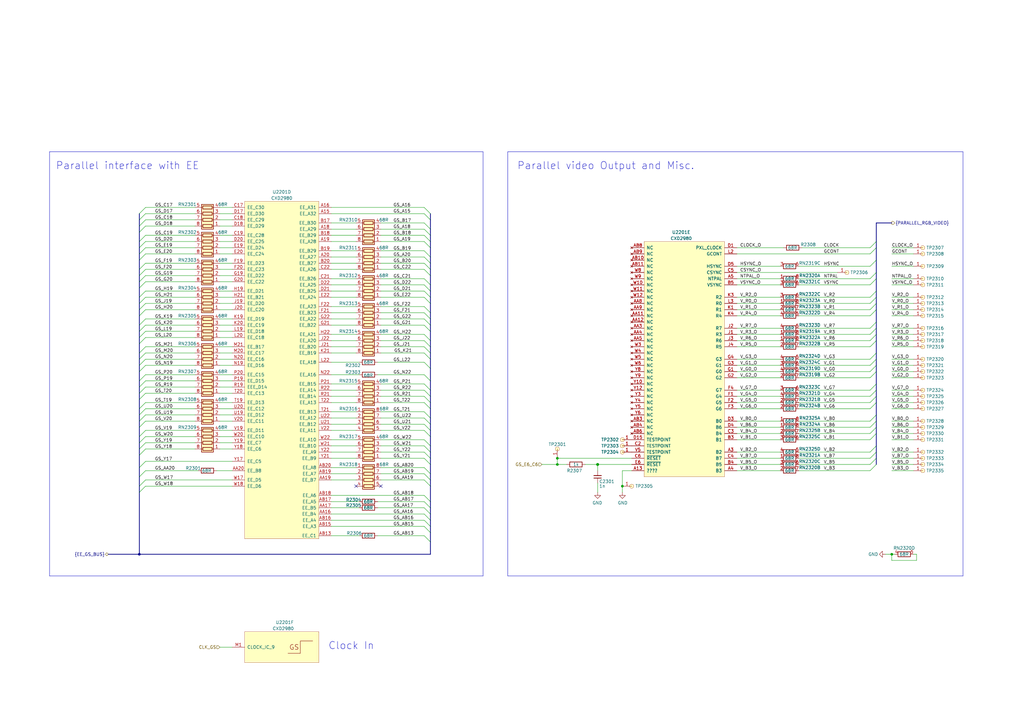
<source format=kicad_sch>
(kicad_sch (version 20230121) (generator eeschema)
  (paper "A3")
  (title_block (title "PS2 Graphics Synthesizer Main") (rev "0.3") (comment 5 "-a project by Tschicki"))
  (bus_alias "PARALLEL_RGB_VIDEO" (members "CLOCK" "GCONT" "CSYNC" "VSYNC" "HSYNC" "NTPAL" "V_R[0..7]" "V_G[0..7]" "V_B[0..7]"))
  (junction (at 228.6 190.5))
  (junction (at 57.15 227.33))
  (junction (at 365.76 227.33))
  (junction (at 255.27 199.39))
  (junction (at 228.6 187.96))
  (junction (at 245.11 190.5) (diameter 1.016))
  (no_connect (at 156.21 199.39))
  (no_connect (at 146.05 199.39))
  (bus_entry (at 176.53 173.99) (size -2.54 -2.54))
  (bus_entry (at 57.15 147.32) (size 2.54 -2.54))
  (bus_entry (at 176.53 93.98) (size -2.54 -2.54))
  (bus_entry (at 57.15 113.03) (size 2.54 -2.54))
  (bus_entry (at 176.53 213.36) (size -2.54 -2.54))
  (bus_entry (at 57.15 106.68) (size 2.54 -2.54))
  (bus_entry (at 176.53 119.38) (size -2.54 -2.54))
  (bus_entry (at 57.15 87.63) (size 2.54 -2.54))
  (bus_entry (at 176.53 90.17) (size -2.54 -2.54))
  (bus_entry (at 57.15 135.89) (size 2.54 -2.54))
  (bus_entry (at 176.53 176.53) (size -2.54 -2.54))
  (bus_entry (at 176.53 171.45) (size -2.54 -2.54))
  (bus_entry (at 176.53 128.27) (size -2.54 -2.54))
  (bus_entry (at 57.15 127) (size 2.54 -2.54))
  (bus_entry (at 176.53 160.02) (size -2.54 -2.54))
  (bus_entry (at 57.15 92.71) (size 2.54 -2.54))
  (bus_entry (at 57.15 186.69) (size 2.54 -2.54))
  (bus_entry (at 57.15 140.97) (size 2.54 -2.54))
  (bus_entry (at 57.15 195.58) (size 2.54 -2.54))
  (bus_entry (at 176.53 205.74) (size -2.54 -2.54))
  (bus_entry (at 176.53 133.35) (size -2.54 -2.54))
  (bus_entry (at 176.53 130.81) (size -2.54 -2.54))
  (bus_entry (at 176.53 187.96) (size -2.54 -2.54))
  (bus_entry (at 57.15 170.18) (size 2.54 -2.54))
  (bus_entry (at 176.53 147.32) (size -2.54 -2.54))
  (bus_entry (at 176.53 185.42) (size -2.54 -2.54))
  (bus_entry (at 176.53 190.5) (size -2.54 -2.54))
  (bus_entry (at 57.15 191.77) (size 2.54 -2.54))
  (bus_entry (at 57.15 161.29) (size 2.54 -2.54))
  (bus_entry (at 57.15 167.64) (size 2.54 -2.54))
  (bus_entry (at 176.53 96.52) (size -2.54 -2.54))
  (bus_entry (at 176.53 110.49) (size -2.54 -2.54))
  (bus_entry (at 176.53 99.06) (size -2.54 -2.54))
  (bus_entry (at 57.15 199.39) (size 2.54 -2.54))
  (bus_entry (at 176.53 135.89) (size -2.54 -2.54))
  (bus_entry (at 176.53 182.88) (size -2.54 -2.54))
  (bus_entry (at 57.15 163.83) (size 2.54 -2.54))
  (bus_entry (at 57.15 144.78) (size 2.54 -2.54))
  (bus_entry (at 176.53 142.24) (size -2.54 -2.54))
  (bus_entry (at 356.87 154.94) (size 2.54 -2.54))
  (bus_entry (at 356.87 152.4) (size 2.54 -2.54))
  (bus_entry (at 356.87 149.86) (size 2.54 -2.54))
  (bus_entry (at 356.87 147.32) (size 2.54 -2.54))
  (bus_entry (at 356.87 124.46) (size 2.54 -2.54))
  (bus_entry (at 356.87 121.92) (size 2.54 -2.54))
  (bus_entry (at 356.87 109.22) (size 2.54 -2.54))
  (bus_entry (at 356.87 104.14) (size 2.54 -2.54))
  (bus_entry (at 356.87 101.6) (size 2.54 -2.54))
  (bus_entry (at 356.87 116.84) (size 2.54 -2.54))
  (bus_entry (at 356.87 114.3) (size 2.54 -2.54))
  (bus_entry (at 356.87 193.04) (size 2.54 -2.54))
  (bus_entry (at 356.87 190.5) (size 2.54 -2.54))
  (bus_entry (at 356.87 187.96) (size 2.54 -2.54))
  (bus_entry (at 356.87 185.42) (size 2.54 -2.54))
  (bus_entry (at 356.87 180.34) (size 2.54 -2.54))
  (bus_entry (at 356.87 172.72) (size 2.54 -2.54))
  (bus_entry (at 356.87 167.64) (size 2.54 -2.54))
  (bus_entry (at 356.87 160.02) (size 2.54 -2.54))
  (bus_entry (at 356.87 165.1) (size 2.54 -2.54))
  (bus_entry (at 356.87 162.56) (size 2.54 -2.54))
  (bus_entry (at 356.87 177.8) (size 2.54 -2.54))
  (bus_entry (at 356.87 175.26) (size 2.54 -2.54))
  (bus_entry (at 356.87 127) (size 2.54 -2.54))
  (bus_entry (at 356.87 142.24) (size 2.54 -2.54))
  (bus_entry (at 356.87 139.7) (size 2.54 -2.54))
  (bus_entry (at 356.87 137.16) (size 2.54 -2.54))
  (bus_entry (at 356.87 134.62) (size 2.54 -2.54))
  (bus_entry (at 356.87 129.54) (size 2.54 -2.54))
  (bus_entry (at 176.53 124.46) (size -2.54 -2.54))
  (bus_entry (at 57.15 181.61) (size 2.54 -2.54))
  (bus_entry (at 57.15 124.46) (size 2.54 -2.54))
  (bus_entry (at 176.53 121.92) (size -2.54 -2.54))
  (bus_entry (at 57.15 90.17) (size 2.54 -2.54))
  (bus_entry (at 57.15 115.57) (size 2.54 -2.54))
  (bus_entry (at 57.15 184.15) (size 2.54 -2.54))
  (bus_entry (at 57.15 179.07) (size 2.54 -2.54))
  (bus_entry (at 176.53 162.56) (size -2.54 -2.54))
  (bus_entry (at 176.53 194.31) (size -2.54 -2.54))
  (bus_entry (at 57.15 101.6) (size 2.54 -2.54))
  (bus_entry (at 176.53 107.95) (size -2.54 -2.54))
  (bus_entry (at 57.15 201.93) (size 2.54 -2.54))
  (bus_entry (at 176.53 105.41) (size -2.54 -2.54))
  (bus_entry (at 57.15 158.75) (size 2.54 -2.54))
  (bus_entry (at 176.53 215.9) (size -2.54 -2.54))
  (bus_entry (at 57.15 133.35) (size 2.54 -2.54))
  (bus_entry (at 176.53 218.44) (size -2.54 -2.54))
  (bus_entry (at 57.15 129.54) (size 2.54 -2.54))
  (bus_entry (at 176.53 222.25) (size -2.54 -2.54))
  (bus_entry (at 176.53 144.78) (size -2.54 -2.54))
  (bus_entry (at 57.15 149.86) (size 2.54 -2.54))
  (bus_entry (at 57.15 118.11) (size 2.54 -2.54))
  (bus_entry (at 57.15 152.4) (size 2.54 -2.54))
  (bus_entry (at 57.15 175.26) (size 2.54 -2.54))
  (bus_entry (at 176.53 199.39) (size -2.54 -2.54))
  (bus_entry (at 176.53 151.13) (size -2.54 -2.54))
  (bus_entry (at 176.53 156.21) (size -2.54 -2.54))
  (bus_entry (at 57.15 99.06) (size 2.54 -2.54))
  (bus_entry (at 176.53 196.85) (size -2.54 -2.54))
  (bus_entry (at 176.53 87.63) (size -2.54 -2.54))
  (bus_entry (at 176.53 165.1) (size -2.54 -2.54))
  (bus_entry (at 57.15 104.14) (size 2.54 -2.54))
  (bus_entry (at 57.15 156.21) (size 2.54 -2.54))
  (bus_entry (at 57.15 95.25) (size 2.54 -2.54))
  (bus_entry (at 176.53 210.82) (size -2.54 -2.54))
  (bus_entry (at 57.15 110.49) (size 2.54 -2.54))
  (bus_entry (at 176.53 116.84) (size -2.54 -2.54))
  (bus_entry (at 176.53 113.03) (size -2.54 -2.54))
  (bus_entry (at 57.15 138.43) (size 2.54 -2.54))
  (bus_entry (at 176.53 167.64) (size -2.54 -2.54))
  (bus_entry (at 57.15 172.72) (size 2.54 -2.54))
  (bus_entry (at 176.53 101.6) (size -2.54 -2.54))
  (bus_entry (at 176.53 208.28) (size -2.54 -2.54))
  (bus_entry (at 176.53 139.7) (size -2.54 -2.54))
  (bus_entry (at 57.15 121.92) (size 2.54 -2.54))
  (bus_entry (at 176.53 179.07) (size -2.54 -2.54))
  (wire (pts (xy 95.25 130.81) (xy 90.17 130.81)))
  (wire (pts (xy 95.25 167.64) (xy 90.17 167.64)))
  (wire (pts (xy 59.69 170.18) (xy 80.01 170.18)))
  (wire (pts (xy 327.66 172.72) (xy 356.87 172.72)))
  (wire (pts (xy 302.26 177.8) (xy 320.04 177.8)))
  (bus (pts (xy 359.41 147.32) (xy 359.41 144.78)))
  (polyline (pts (xy 208.28 62.23) (xy 394.97 62.23)))
  (wire (pts (xy 302.26 116.84) (xy 320.04 116.84)))
  (bus (pts (xy 176.53 190.5) (xy 176.53 194.31)))
  (wire (pts (xy 135.89 102.87) (xy 146.05 102.87)))
  (wire (pts (xy 154.94 219.71) (xy 173.99 219.71)))
  (wire (pts (xy 365.76 167.64) (xy 374.65 167.64)))
  (wire (pts (xy 302.26 129.54) (xy 320.04 129.54)))
  (wire (pts (xy 135.89 107.95) (xy 146.05 107.95)))
  (wire (pts (xy 59.69 119.38) (xy 80.01 119.38)))
  (wire (pts (xy 327.66 109.22) (xy 356.87 109.22)))
  (bus (pts (xy 176.53 215.9) (xy 176.53 218.44)))
  (wire (pts (xy 156.21 110.49) (xy 173.99 110.49)))
  (wire (pts (xy 59.69 135.89) (xy 80.01 135.89)))
  (bus (pts (xy 176.53 116.84) (xy 176.53 119.38)))
  (wire (pts (xy 59.69 147.32) (xy 80.01 147.32)))
  (wire (pts (xy 154.94 208.28) (xy 173.99 208.28)))
  (wire (pts (xy 156.21 160.02) (xy 173.99 160.02)))
  (wire (pts (xy 95.25 149.86) (xy 90.17 149.86)))
  (bus (pts (xy 57.15 144.78) (xy 57.15 147.32)))
  (wire (pts (xy 327.66 134.62) (xy 356.87 134.62)))
  (bus (pts (xy 176.53 139.7) (xy 176.53 142.24)))
  (wire (pts (xy 90.17 265.43) (xy 95.25 265.43)))
  (wire (pts (xy 302.26 187.96) (xy 320.04 187.96)))
  (wire (pts (xy 95.25 113.03) (xy 90.17 113.03)))
  (bus (pts (xy 57.15 92.71) (xy 57.15 95.25)))
  (wire (pts (xy 135.89 191.77) (xy 146.05 191.77)))
  (wire (pts (xy 95.25 90.17) (xy 90.17 90.17)))
  (bus (pts (xy 57.15 99.06) (xy 57.15 101.6)))
  (wire (pts (xy 59.69 181.61) (xy 80.01 181.61)))
  (wire (pts (xy 135.89 182.88) (xy 146.05 182.88)))
  (bus (pts (xy 359.41 132.08) (xy 359.41 127)))
  (bus (pts (xy 57.15 191.77) (xy 57.15 195.58)))
  (bus (pts (xy 44.45 227.33) (xy 57.15 227.33)))
  (bus (pts (xy 57.15 90.17) (xy 57.15 92.71)))
  (wire (pts (xy 156.21 114.3) (xy 173.99 114.3)))
  (wire (pts (xy 135.89 165.1) (xy 146.05 165.1)))
  (wire (pts (xy 302.26 167.64) (xy 320.04 167.64)))
  (wire (pts (xy 156.21 196.85) (xy 173.99 196.85)))
  (wire (pts (xy 95.25 124.46) (xy 90.17 124.46)))
  (wire (pts (xy 302.26 142.24) (xy 320.04 142.24)))
  (wire (pts (xy 327.66 127) (xy 356.87 127)))
  (wire (pts (xy 135.89 160.02) (xy 146.05 160.02)))
  (bus (pts (xy 176.53 99.06) (xy 176.53 101.6)))
  (wire (pts (xy 59.69 130.81) (xy 80.01 130.81)))
  (wire (pts (xy 95.25 172.72) (xy 90.17 172.72)))
  (wire (pts (xy 95.25 147.32) (xy 90.17 147.32)))
  (wire (pts (xy 365.76 137.16) (xy 374.65 137.16)))
  (wire (pts (xy 135.89 133.35) (xy 146.05 133.35)))
  (wire (pts (xy 365.76 175.26) (xy 374.65 175.26)))
  (bus (pts (xy 359.41 170.18) (xy 359.41 165.1)))
  (wire (pts (xy 59.69 113.03) (xy 80.01 113.03)))
  (wire (pts (xy 59.69 165.1) (xy 80.01 165.1)))
  (wire (pts (xy 302.26 134.62) (xy 320.04 134.62)))
  (bus (pts (xy 57.15 135.89) (xy 57.15 138.43)))
  (bus (pts (xy 57.15 161.29) (xy 57.15 163.83)))
  (wire (pts (xy 95.25 153.67) (xy 90.17 153.67)))
  (wire (pts (xy 302.26 160.02) (xy 320.04 160.02)))
  (bus (pts (xy 359.41 139.7) (xy 359.41 137.16)))
  (wire (pts (xy 95.25 165.1) (xy 90.17 165.1)))
  (bus (pts (xy 176.53 199.39) (xy 176.53 205.74)))
  (wire (pts (xy 327.66 154.94) (xy 356.87 154.94)))
  (wire (pts (xy 156.21 125.73) (xy 173.99 125.73)))
  (wire (pts (xy 135.89 144.78) (xy 146.05 144.78)))
  (wire (pts (xy 59.69 172.72) (xy 80.01 172.72)))
  (wire (pts (xy 156.21 137.16) (xy 173.99 137.16)))
  (wire (pts (xy 59.69 92.71) (xy 80.01 92.71)))
  (wire (pts (xy 327.66 190.5) (xy 356.87 190.5)))
  (wire (pts (xy 95.25 161.29) (xy 90.17 161.29)))
  (wire (pts (xy 95.25 138.43) (xy 90.17 138.43)))
  (bus (pts (xy 57.15 175.26) (xy 57.15 179.07)))
  (wire (pts (xy 95.25 101.6) (xy 90.17 101.6)))
  (bus (pts (xy 176.53 133.35) (xy 176.53 135.89)))
  (bus (pts (xy 359.41 124.46) (xy 359.41 121.92)))
  (wire (pts (xy 327.66 167.64) (xy 356.87 167.64)))
  (wire (pts (xy 156.21 102.87) (xy 173.99 102.87)))
  (wire (pts (xy 156.21 182.88) (xy 173.99 182.88)))
  (bus (pts (xy 57.15 167.64) (xy 57.15 170.18)))
  (bus (pts (xy 359.41 134.62) (xy 359.41 132.08)))
  (wire (pts (xy 327.66 165.1) (xy 356.87 165.1)))
  (wire (pts (xy 327.66 180.34) (xy 356.87 180.34)))
  (bus (pts (xy 176.53 179.07) (xy 176.53 182.88)))
  (wire (pts (xy 95.25 110.49) (xy 90.17 110.49)))
  (wire (pts (xy 59.69 176.53) (xy 80.01 176.53)))
  (bus (pts (xy 176.53 208.28) (xy 176.53 210.82)))
  (wire (pts (xy 59.69 85.09) (xy 80.01 85.09)))
  (bus (pts (xy 359.41 119.38) (xy 359.41 114.3)))
  (wire (pts (xy 156.21 142.24) (xy 173.99 142.24)))
  (bus (pts (xy 57.15 147.32) (xy 57.15 149.86)))
  (wire (pts (xy 95.25 133.35) (xy 90.17 133.35)))
  (wire (pts (xy 156.21 91.44) (xy 173.99 91.44)))
  (wire (pts (xy 302.26 185.42) (xy 320.04 185.42)))
  (bus (pts (xy 176.53 147.32) (xy 176.53 151.13)))
  (wire (pts (xy 365.76 109.22) (xy 374.65 109.22)))
  (bus (pts (xy 359.41 99.06) (xy 359.41 91.44)))
  (bus (pts (xy 176.53 101.6) (xy 176.53 105.41)))
  (wire (pts (xy 156.21 187.96) (xy 173.99 187.96)))
  (wire (pts (xy 156.21 180.34) (xy 173.99 180.34)))
  (wire (pts (xy 135.89 168.91) (xy 146.05 168.91)))
  (bus (pts (xy 176.53 142.24) (xy 176.53 144.78)))
  (wire (pts (xy 327.66 121.92) (xy 356.87 121.92)))
  (wire (pts (xy 327.66 114.3) (xy 356.87 114.3)))
  (wire (pts (xy 135.89 215.9) (xy 173.99 215.9)))
  (wire (pts (xy 365.76 185.42) (xy 374.65 185.42)))
  (wire (pts (xy 156.21 99.06) (xy 173.99 99.06)))
  (wire (pts (xy 59.69 189.23) (xy 95.25 189.23)))
  (bus (pts (xy 176.53 151.13) (xy 176.53 156.21)))
  (wire (pts (xy 156.21 162.56) (xy 173.99 162.56)))
  (wire (pts (xy 135.89 153.67) (xy 147.32 153.67)))
  (wire (pts (xy 302.26 101.6) (xy 321.31 101.6)))
  (wire (pts (xy 135.89 213.36) (xy 173.99 213.36)))
  (wire (pts (xy 365.76 149.86) (xy 374.65 149.86)))
  (bus (pts (xy 57.15 118.11) (xy 57.15 121.92)))
  (wire (pts (xy 365.76 104.14) (xy 374.65 104.14)))
  (bus (pts (xy 176.53 213.36) (xy 176.53 215.9)))
  (wire (pts (xy 327.66 187.96) (xy 356.87 187.96)))
  (bus (pts (xy 176.53 107.95) (xy 176.53 110.49)))
  (wire (pts (xy 365.76 160.02) (xy 374.65 160.02)))
  (wire (pts (xy 245.11 193.04) (xy 245.11 190.5)))
  (bus (pts (xy 57.15 87.63) (xy 57.15 90.17)))
  (wire (pts (xy 156.21 96.52) (xy 173.99 96.52)))
  (wire (pts (xy 59.69 87.63) (xy 80.01 87.63)))
  (wire (pts (xy 365.76 116.84) (xy 374.65 116.84)))
  (wire (pts (xy 95.25 135.89) (xy 90.17 135.89)))
  (wire (pts (xy 95.25 127) (xy 90.17 127)))
  (wire (pts (xy 365.76 129.54) (xy 374.65 129.54)))
  (bus (pts (xy 359.41 185.42) (xy 359.41 182.88)))
  (wire (pts (xy 327.66 152.4) (xy 356.87 152.4)))
  (wire (pts (xy 327.66 193.04) (xy 356.87 193.04)))
  (wire (pts (xy 365.76 139.7) (xy 374.65 139.7)))
  (wire (pts (xy 302.26 127) (xy 320.04 127)))
  (wire (pts (xy 228.6 190.5) (xy 228.6 187.96)))
  (wire (pts (xy 156.21 128.27) (xy 173.99 128.27)))
  (bus (pts (xy 359.41 91.44) (xy 365.76 91.44)))
  (bus (pts (xy 57.15 195.58) (xy 57.15 199.39)))
  (wire (pts (xy 365.76 229.87) (xy 365.76 227.33)))
  (wire (pts (xy 327.66 142.24) (xy 356.87 142.24)))
  (wire (pts (xy 365.76 180.34) (xy 374.65 180.34)))
  (wire (pts (xy 135.89 99.06) (xy 146.05 99.06)))
  (wire (pts (xy 327.66 137.16) (xy 356.87 137.16)))
  (wire (pts (xy 59.69 101.6) (xy 80.01 101.6)))
  (wire (pts (xy 302.26 190.5) (xy 320.04 190.5)))
  (bus (pts (xy 359.41 121.92) (xy 359.41 119.38)))
  (wire (pts (xy 59.69 99.06) (xy 80.01 99.06)))
  (wire (pts (xy 135.89 91.44) (xy 146.05 91.44)))
  (wire (pts (xy 156.21 168.91) (xy 173.99 168.91)))
  (wire (pts (xy 135.89 205.74) (xy 147.32 205.74)))
  (wire (pts (xy 302.26 111.76) (xy 343.535 111.76)))
  (bus (pts (xy 359.41 106.68) (xy 359.41 101.6)))
  (wire (pts (xy 59.69 161.29) (xy 80.01 161.29)))
  (wire (pts (xy 95.25 119.38) (xy 90.17 119.38)))
  (wire (pts (xy 365.76 124.46) (xy 374.65 124.46)))
  (wire (pts (xy 135.89 185.42) (xy 146.05 185.42)))
  (wire (pts (xy 245.11 201.93) (xy 245.11 198.12)))
  (wire (pts (xy 327.66 116.84) (xy 356.87 116.84)))
  (wire (pts (xy 59.69 127) (xy 80.01 127)))
  (wire (pts (xy 156.21 133.35) (xy 173.99 133.35)))
  (wire (pts (xy 365.76 121.92) (xy 374.65 121.92)))
  (wire (pts (xy 302.26 139.7) (xy 320.04 139.7)))
  (bus (pts (xy 57.15 127) (xy 57.15 129.54)))
  (wire (pts (xy 156.21 191.77) (xy 173.99 191.77)))
  (wire (pts (xy 327.66 149.86) (xy 356.87 149.86)))
  (wire (pts (xy 156.21 121.92) (xy 173.99 121.92)))
  (wire (pts (xy 59.69 90.17) (xy 80.01 90.17)))
  (wire (pts (xy 59.69 115.57) (xy 80.01 115.57)))
  (bus (pts (xy 57.15 138.43) (xy 57.15 140.97)))
  (bus (pts (xy 57.15 121.92) (xy 57.15 124.46)))
  (bus (pts (xy 359.41 172.72) (xy 359.41 170.18)))
  (wire (pts (xy 327.66 124.46) (xy 356.87 124.46)))
  (wire (pts (xy 156.21 176.53) (xy 173.99 176.53)))
  (bus (pts (xy 176.53 210.82) (xy 176.53 213.36)))
  (polyline (pts (xy 208.28 236.22) (xy 394.97 236.22)))
  (wire (pts (xy 327.66 177.8) (xy 356.87 177.8)))
  (wire (pts (xy 135.89 162.56) (xy 146.05 162.56)))
  (wire (pts (xy 135.89 93.98) (xy 146.05 93.98)))
  (bus (pts (xy 57.15 181.61) (xy 57.15 184.15)))
  (wire (pts (xy 95.25 115.57) (xy 90.17 115.57)))
  (bus (pts (xy 57.15 186.69) (xy 57.15 191.77)))
  (bus (pts (xy 359.41 177.8) (xy 359.41 175.26)))
  (wire (pts (xy 156.21 157.48) (xy 173.99 157.48)))
  (bus (pts (xy 57.15 95.25) (xy 57.15 99.06)))
  (wire (pts (xy 222.25 190.5) (xy 228.6 190.5)))
  (wire (pts (xy 135.89 173.99) (xy 146.05 173.99)))
  (wire (pts (xy 95.25 96.52) (xy 90.17 96.52)))
  (wire (pts (xy 302.26 114.3) (xy 320.04 114.3)))
  (bus (pts (xy 57.15 106.68) (xy 57.15 110.49)))
  (wire (pts (xy 135.89 105.41) (xy 146.05 105.41)))
  (wire (pts (xy 156.21 144.78) (xy 173.99 144.78)))
  (bus (pts (xy 57.15 156.21) (xy 57.15 158.75)))
  (wire (pts (xy 255.27 199.39) (xy 255.27 201.93)))
  (bus (pts (xy 359.41 175.26) (xy 359.41 172.72)))
  (wire (pts (xy 328.93 101.6) (xy 356.87 101.6)))
  (bus (pts (xy 176.53 160.02) (xy 176.53 162.56)))
  (wire (pts (xy 59.69 121.92) (xy 80.01 121.92)))
  (wire (pts (xy 135.89 196.85) (xy 146.05 196.85)))
  (wire (pts (xy 154.94 148.59) (xy 173.99 148.59)))
  (wire (pts (xy 365.76 101.6) (xy 374.65 101.6)))
  (wire (pts (xy 365.76 154.94) (xy 374.65 154.94)))
  (wire (pts (xy 302.26 154.94) (xy 320.04 154.94)))
  (bus (pts (xy 176.53 182.88) (xy 176.53 185.42)))
  (wire (pts (xy 327.66 162.56) (xy 356.87 162.56)))
  (wire (pts (xy 365.76 187.96) (xy 374.65 187.96)))
  (wire (pts (xy 135.89 85.09) (xy 173.99 85.09)))
  (wire (pts (xy 302.26 147.32) (xy 320.04 147.32)))
  (bus (pts (xy 176.53 171.45) (xy 176.53 173.99)))
  (wire (pts (xy 59.69 138.43) (xy 80.01 138.43)))
  (wire (pts (xy 59.69 96.52) (xy 80.01 96.52)))
  (wire (pts (xy 365.76 172.72) (xy 374.65 172.72)))
  (wire (pts (xy 135.89 87.63) (xy 173.99 87.63)))
  (wire (pts (xy 135.89 208.28) (xy 147.32 208.28)))
  (wire (pts (xy 365.76 193.04) (xy 374.65 193.04)))
  (bus (pts (xy 176.53 119.38) (xy 176.53 121.92)))
  (bus (pts (xy 57.15 113.03) (xy 57.15 115.57)))
  (bus (pts (xy 176.53 93.98) (xy 176.53 96.52)))
  (wire (pts (xy 156.21 185.42) (xy 173.99 185.42)))
  (bus (pts (xy 176.53 90.17) (xy 176.53 93.98)))
  (bus (pts (xy 359.41 190.5) (xy 359.41 187.96)))
  (bus (pts (xy 359.41 114.3) (xy 359.41 111.76)))
  (wire (pts (xy 302.26 109.22) (xy 320.04 109.22)))
  (wire (pts (xy 327.66 175.26) (xy 356.87 175.26)))
  (wire (pts (xy 327.66 185.42) (xy 356.87 185.42)))
  (bus (pts (xy 359.41 160.02) (xy 359.41 157.48)))
  (bus (pts (xy 57.15 149.86) (xy 57.15 152.4)))
  (wire (pts (xy 375.92 227.33) (xy 375.92 229.87)))
  (wire (pts (xy 135.89 139.7) (xy 146.05 139.7)))
  (bus (pts (xy 359.41 106.68) (xy 359.41 111.76)))
  (wire (pts (xy 327.66 139.7) (xy 356.87 139.7)))
  (wire (pts (xy 259.08 193.04) (xy 255.27 193.04)))
  (bus (pts (xy 176.53 205.74) (xy 176.53 208.28)))
  (wire (pts (xy 95.25 142.24) (xy 90.17 142.24)))
  (bus (pts (xy 57.15 163.83) (xy 57.15 167.64)))
  (bus (pts (xy 176.53 105.41) (xy 176.53 107.95)))
  (wire (pts (xy 95.25 99.06) (xy 90.17 99.06)))
  (wire (pts (xy 365.76 227.33) (xy 367.03 227.33)))
  (wire (pts (xy 135.89 130.81) (xy 146.05 130.81)))
  (wire (pts (xy 365.76 190.5) (xy 374.65 190.5)))
  (bus (pts (xy 359.41 162.56) (xy 359.41 160.02)))
  (wire (pts (xy 135.89 219.71) (xy 147.32 219.71)))
  (bus (pts (xy 176.53 167.64) (xy 176.53 171.45)))
  (polyline (pts (xy 20.32 62.23) (xy 20.32 236.22)))
  (bus (pts (xy 359.41 101.6) (xy 359.41 99.06)))
  (bus (pts (xy 57.15 184.15) (xy 57.15 186.69)))
  (wire (pts (xy 375.92 229.87) (xy 365.76 229.87)))
  (wire (pts (xy 327.66 160.02) (xy 356.87 160.02)))
  (wire (pts (xy 365.76 177.8) (xy 374.65 177.8)))
  (bus (pts (xy 57.15 110.49) (xy 57.15 113.03)))
  (bus (pts (xy 176.53 130.81) (xy 176.53 133.35)))
  (wire (pts (xy 374.65 227.33) (xy 375.92 227.33)))
  (bus (pts (xy 176.53 144.78) (xy 176.53 147.32)))
  (wire (pts (xy 156.21 194.31) (xy 173.99 194.31)))
  (bus (pts (xy 57.15 104.14) (xy 57.15 106.68)))
  (wire (pts (xy 88.9 193.04) (xy 95.25 193.04)))
  (wire (pts (xy 135.89 114.3) (xy 146.05 114.3)))
  (wire (pts (xy 365.76 147.32) (xy 374.65 147.32)))
  (wire (pts (xy 154.94 205.74) (xy 173.99 205.74)))
  (wire (pts (xy 302.26 124.46) (xy 320.04 124.46)))
  (bus (pts (xy 176.53 87.63) (xy 176.53 90.17)))
  (bus (pts (xy 359.41 165.1) (xy 359.41 162.56)))
  (wire (pts (xy 59.69 158.75) (xy 80.01 158.75)))
  (bus (pts (xy 176.53 165.1) (xy 176.53 167.64)))
  (wire (pts (xy 135.89 171.45) (xy 146.05 171.45)))
  (bus (pts (xy 57.15 158.75) (xy 57.15 161.29)))
  (wire (pts (xy 154.94 153.67) (xy 173.99 153.67)))
  (polyline (pts (xy 208.28 62.23) (xy 208.28 236.22)))
  (wire (pts (xy 245.11 190.5) (xy 259.08 190.5)))
  (bus (pts (xy 359.41 127) (xy 359.41 124.46)))
  (wire (pts (xy 59.69 156.21) (xy 80.01 156.21)))
  (polyline (pts (xy 20.32 62.23) (xy 198.12 62.23)))
  (bus (pts (xy 176.53 187.96) (xy 176.53 190.5)))
  (bus (pts (xy 57.15 179.07) (xy 57.15 181.61)))
  (wire (pts (xy 156.21 105.41) (xy 173.99 105.41)))
  (bus (pts (xy 57.15 170.18) (xy 57.15 172.72)))
  (wire (pts (xy 135.89 176.53) (xy 146.05 176.53)))
  (wire (pts (xy 365.76 114.3) (xy 374.65 114.3)))
  (wire (pts (xy 302.26 152.4) (xy 320.04 152.4)))
  (wire (pts (xy 95.25 87.63) (xy 90.17 87.63)))
  (bus (pts (xy 176.53 222.25) (xy 176.53 227.33)))
  (bus (pts (xy 57.15 115.57) (xy 57.15 118.11)))
  (wire (pts (xy 95.25 144.78) (xy 90.17 144.78)))
  (wire (pts (xy 135.89 148.59) (xy 147.32 148.59)))
  (wire (pts (xy 59.69 184.15) (xy 80.01 184.15)))
  (wire (pts (xy 365.76 142.24) (xy 374.65 142.24)))
  (wire (pts (xy 302.26 149.86) (xy 320.04 149.86)))
  (wire (pts (xy 135.89 116.84) (xy 146.05 116.84)))
  (bus (pts (xy 57.15 199.39) (xy 57.15 201.93)))
  (wire (pts (xy 59.69 193.04) (xy 81.28 193.04)))
  (bus (pts (xy 176.53 156.21) (xy 176.53 160.02)))
  (wire (pts (xy 156.21 119.38) (xy 173.99 119.38)))
  (wire (pts (xy 228.6 190.5) (xy 232.41 190.5)))
  (wire (pts (xy 59.69 142.24) (xy 80.01 142.24)))
  (wire (pts (xy 302.26 137.16) (xy 320.04 137.16)))
  (wire (pts (xy 59.69 196.85) (xy 95.25 196.85)))
  (wire (pts (xy 135.89 125.73) (xy 146.05 125.73)))
  (wire (pts (xy 135.89 187.96) (xy 146.05 187.96)))
  (wire (pts (xy 95.25 179.07) (xy 90.17 179.07)))
  (bus (pts (xy 57.15 140.97) (xy 57.15 144.78)))
  (wire (pts (xy 302.26 165.1) (xy 320.04 165.1)))
  (bus (pts (xy 176.53 113.03) (xy 176.53 116.84)))
  (wire (pts (xy 135.89 194.31) (xy 146.05 194.31)))
  (wire (pts (xy 95.25 104.14) (xy 90.17 104.14)))
  (wire (pts (xy 135.89 203.2) (xy 173.99 203.2)))
  (bus (pts (xy 176.53 110.49) (xy 176.53 113.03)))
  (wire (pts (xy 59.69 149.86) (xy 80.01 149.86)))
  (wire (pts (xy 240.03 190.5) (xy 245.11 190.5)))
  (wire (pts (xy 365.76 127) (xy 374.65 127)))
  (wire (pts (xy 156.21 165.1) (xy 173.99 165.1)))
  (wire (pts (xy 135.89 210.82) (xy 173.99 210.82)))
  (bus (pts (xy 176.53 185.42) (xy 176.53 187.96)))
  (polyline (pts (xy 198.12 236.22) (xy 198.12 62.23)))
  (wire (pts (xy 95.25 184.15) (xy 90.17 184.15)))
  (bus (pts (xy 176.53 124.46) (xy 176.53 128.27)))
  (wire (pts (xy 135.89 96.52) (xy 146.05 96.52)))
  (polyline (pts (xy 20.32 236.22) (xy 198.12 236.22)))
  (wire (pts (xy 95.25 181.61) (xy 90.17 181.61)))
  (wire (pts (xy 135.89 137.16) (xy 146.05 137.16)))
  (bus (pts (xy 57.15 152.4) (xy 57.15 156.21)))
  (wire (pts (xy 365.76 165.1) (xy 374.65 165.1)))
  (wire (pts (xy 135.89 142.24) (xy 146.05 142.24)))
  (bus (pts (xy 359.41 149.86) (xy 359.41 147.32)))
  (wire (pts (xy 302.26 180.34) (xy 320.04 180.34)))
  (bus (pts (xy 176.53 162.56) (xy 176.53 165.1)))
  (wire (pts (xy 156.21 107.95) (xy 173.99 107.95)))
  (wire (pts (xy 95.25 176.53) (xy 90.17 176.53)))
  (bus (pts (xy 359.41 187.96) (xy 359.41 185.42)))
  (wire (pts (xy 95.25 121.92) (xy 90.17 121.92)))
  (wire (pts (xy 302.26 175.26) (xy 320.04 175.26)))
  (wire (pts (xy 59.69 179.07) (xy 80.01 179.07)))
  (wire (pts (xy 156.21 130.81) (xy 173.99 130.81)))
  (bus (pts (xy 57.15 101.6) (xy 57.15 104.14)))
  (polyline (pts (xy 394.97 236.22) (xy 394.97 62.23)))
  (bus (pts (xy 57.15 201.93) (xy 57.15 227.33)))
  (wire (pts (xy 135.89 119.38) (xy 146.05 119.38)))
  (wire (pts (xy 95.25 158.75) (xy 90.17 158.75)))
  (bus (pts (xy 359.41 182.88) (xy 359.41 177.8)))
  (bus (pts (xy 57.15 133.35) (xy 57.15 135.89)))
  (wire (pts (xy 302.26 193.04) (xy 320.04 193.04)))
  (wire (pts (xy 156.21 93.98) (xy 173.99 93.98)))
  (wire (pts (xy 95.25 170.18) (xy 90.17 170.18)))
  (bus (pts (xy 176.53 194.31) (xy 176.53 196.85)))
  (wire (pts (xy 135.89 180.34) (xy 146.05 180.34)))
  (wire (pts (xy 302.26 162.56) (xy 320.04 162.56)))
  (wire (pts (xy 59.69 167.64) (xy 80.01 167.64)))
  (wire (pts (xy 135.89 128.27) (xy 146.05 128.27)))
  (bus (pts (xy 176.53 96.52) (xy 176.53 99.06)))
  (wire (pts (xy 156.21 139.7) (xy 173.99 139.7)))
  (bus (pts (xy 176.53 218.44) (xy 176.53 222.25)))
  (wire (pts (xy 365.76 134.62) (xy 374.65 134.62)))
  (bus (pts (xy 57.15 172.72) (xy 57.15 175.26)))
  (wire (pts (xy 363.22 227.33) (xy 365.76 227.33)))
  (bus (pts (xy 176.53 135.89) (xy 176.53 139.7)))
  (wire (pts (xy 59.69 110.49) (xy 80.01 110.49)))
  (bus (pts (xy 359.41 157.48) (xy 359.41 152.4)))
  (wire (pts (xy 365.76 162.56) (xy 374.65 162.56)))
  (wire (pts (xy 156.21 171.45) (xy 173.99 171.45)))
  (wire (pts (xy 365.76 152.4) (xy 374.65 152.4)))
  (bus (pts (xy 57.15 124.46) (xy 57.15 127)))
  (bus (pts (xy 359.41 144.78) (xy 359.41 139.7)))
  (wire (pts (xy 302.26 104.14) (xy 356.87 104.14)))
  (wire (pts (xy 302.26 172.72) (xy 320.04 172.72)))
  (bus (pts (xy 176.53 121.92) (xy 176.53 124.46)))
  (wire (pts (xy 135.89 110.49) (xy 146.05 110.49)))
  (wire (pts (xy 327.66 129.54) (xy 356.87 129.54)))
  (wire (pts (xy 228.6 187.96) (xy 259.08 187.96)))
  (bus (pts (xy 57.15 227.33) (xy 176.53 227.33)))
  (wire (pts (xy 327.66 147.32) (xy 356.87 147.32)))
  (wire (pts (xy 95.25 107.95) (xy 90.17 107.95)))
  (wire (pts (xy 156.21 116.84) (xy 173.99 116.84)))
  (wire (pts (xy 302.26 121.92) (xy 320.04 121.92)))
  (wire (pts (xy 59.69 153.67) (xy 80.01 153.67)))
  (bus (pts (xy 176.53 176.53) (xy 176.53 179.07)))
  (bus (pts (xy 359.41 137.16) (xy 359.41 134.62)))
  (wire (pts (xy 135.89 121.92) (xy 146.05 121.92)))
  (bus (pts (xy 176.53 173.99) (xy 176.53 176.53)))
  (wire (pts (xy 59.69 124.46) (xy 80.01 124.46)))
  (wire (pts (xy 59.69 199.39) (xy 95.25 199.39)))
  (wire (pts (xy 255.27 193.04) (xy 255.27 199.39)))
  (bus (pts (xy 359.41 152.4) (xy 359.41 149.86)))
  (bus (pts (xy 176.53 196.85) (xy 176.53 199.39)))
  (wire (pts (xy 156.21 173.99) (xy 173.99 173.99)))
  (wire (pts (xy 135.89 157.48) (xy 146.05 157.48)))
  (wire (pts (xy 95.25 85.09) (xy 90.17 85.09)))
  (wire (pts (xy 95.25 92.71) (xy 90.17 92.71)))
  (wire (pts (xy 59.69 144.78) (xy 80.01 144.78)))
  (wire (pts (xy 59.69 133.35) (xy 80.01 133.35)))
  (bus (pts (xy 176.53 128.27) (xy 176.53 130.81)))
  (bus (pts (xy 57.15 129.54) (xy 57.15 133.35)))
  (wire (pts (xy 59.69 104.14) (xy 80.01 104.14)))
  (wire (pts (xy 95.25 156.21) (xy 90.17 156.21)))
  (wire (pts (xy 59.69 107.95) (xy 80.01 107.95)))
  (text "Parallel interface with EE" (at 22.86 69.85 0) (effects (font (size 3 3)) (justify left bottom)))
  (text "Clock In" (at 134.62 266.7 0) (effects (font (size 3 3)) (justify left bottom)))
  (text "Parallel video Output and Misc." (at 212.09 69.85 0) (effects (font (size 3 3)) (justify left bottom)))
  (label "GS_B18" (at 161.29 96.52 0))
  (label "V_G4" (at 337.82 162.56 0))
  (label "GS_A15" (at 161.29 87.63 0))
  (label "GS_T20" (at 63.5 161.29 0))
  (label "GS_T21" (at 161.29 168.91 0))
  (label "V_R7_O" (at 303.53 134.62 0))
  (label "GS_AA20" (at 63.5 193.04 0))
  (label "V_G5_O" (at 365.76 165.1 0))
  (label "V_R7" (at 337.82 134.62 0))
  (label "GS_C21" (at 161.29 114.3 0))
  (label "V_R0_O" (at 365.76 124.46 0))
  (label "GS_D18" (at 63.5 92.71 0))
  (label "GS_AB20" (at 161.29 191.77 0))
  (label "GS_W18" (at 63.5 199.39 0))
  (label "V_R4_O" (at 303.53 129.54 0))
  (label "V_R0" (at 337.82 124.46 0))
  (label "V_B5_O" (at 303.53 190.5 0))
  (label "V_B6_O" (at 303.53 175.26 0))
  (label "GS_AA16" (at 161.29 210.82 0))
  (label "V_R5" (at 337.82 142.24 0))
  (label "GS_G21" (at 161.29 133.35 0))
  (label "GS_C19" (at 63.5 96.52 0))
  (label "HSYNC_O" (at 365.76 109.22 0))
  (label "V_G7" (at 337.82 160.02 0))
  (label "GS_M21" (at 63.5 142.24 0))
  (label "V_G5_O" (at 303.53 165.1 0))
  (label "GS_V20" (at 63.5 172.72 0))
  (label "V_R6_O" (at 303.53 139.7 0))
  (label "V_R2_O" (at 365.76 121.92 0))
  (label "V_G0_O" (at 303.53 152.4 0))
  (label "V_R7_O" (at 365.76 134.62 0))
  (label "GS_J19" (at 63.5 124.46 0))
  (label "GS_M20" (at 63.5 144.78 0))
  (label "GS_U21" (at 161.29 173.99 0))
  (label "V_B6" (at 337.82 175.26 0))
  (label "V_G2_O" (at 303.53 154.94 0))
  (label "V_B1_O" (at 303.53 180.34 0))
  (label "GS_T19" (at 63.5 165.1 0))
  (label "GS_A20" (at 161.29 105.41 0))
  (label "GS_D21" (at 161.29 119.38 0))
  (label "GS_N20" (at 63.5 147.32 0))
  (label "GS_C18" (at 63.5 90.17 0))
  (label "V_G0" (at 337.82 152.4 0))
  (label "V_R3" (at 337.82 137.16 0))
  (label "V_B1" (at 337.82 180.34 0))
  (label "GS_U20" (at 63.5 167.64 0))
  (label "GS_L20" (at 63.5 138.43 0))
  (label "V_B3_O" (at 365.76 193.04 0))
  (label "V_G6" (at 337.82 167.64 0))
  (label "GS_G20" (at 63.5 115.57 0))
  (label "GS_R21" (at 161.29 162.56 0))
  (label "CLOCK" (at 337.82 101.6 0))
  (label "GCONT" (at 365.76 104.14 0))
  (label "GS_H19" (at 63.5 119.38 0))
  (label "V_B5_O" (at 365.76 190.5 0))
  (label "GS_C17" (at 63.5 85.09 0))
  (label "GS_H20" (at 63.5 127 0))
  (label "V_G4_O" (at 303.53 162.56 0))
  (label "V_B0" (at 337.82 172.72 0))
  (label "V_G4_O" (at 365.76 162.56 0))
  (label "GS_K20" (at 63.5 133.35 0))
  (label "GS_AA19" (at 161.29 196.85 0))
  (label "V_G5" (at 337.82 165.1 0))
  (label "GS_AA17" (at 161.29 208.28 0))
  (label "V_G3" (at 337.82 147.32 0))
  (label "GS_D22" (at 161.29 116.84 0))
  (label "GS_E20" (at 63.5 104.14 0))
  (label "V_B0_O" (at 365.76 172.72 0))
  (label "CLOCK_O" (at 365.76 101.6 0))
  (label "GS_AB15" (at 161.29 215.9 0))
  (label "GS_B19" (at 161.29 102.87 0))
  (label "V_R2" (at 337.82 121.92 0))
  (label "NTPAL" (at 337.82 114.3 0))
  (label "GS_N22" (at 161.29 153.67 0))
  (label "V_B2" (at 337.82 185.42 0))
  (label "V_R0_O" (at 303.53 124.46 0))
  (label "V_R3_O" (at 303.53 137.16 0))
  (label "V_B4" (at 337.82 177.8 0))
  (label "V_R1" (at 337.82 127 0))
  (label "GS_AB19" (at 161.29 194.31 0))
  (label "V_B4_O" (at 365.76 177.8 0))
  (label "GS_H22" (at 161.29 137.16 0))
  (label "GS_Y19" (at 63.5 181.61 0))
  (label "V_B6_O" (at 365.76 175.26 0))
  (label "V_R4" (at 337.82 129.54 0))
  (label "V_G1_O" (at 365.76 149.86 0))
  (label "V_B4_O" (at 303.53 177.8 0))
  (label "GS_F22" (at 161.29 125.73 0))
  (label "GS_T22" (at 161.29 165.1 0))
  (label "GS_F19" (at 63.5 107.95 0))
  (label "V_G0_O" (at 365.76 152.4 0))
  (label "CSYNC_O" (at 303.53 111.76 0))
  (label "GS_R22" (at 161.29 160.02 0))
  (label "GS_AB13" (at 161.29 219.71 0))
  (label "GS_P19" (at 63.5 156.21 0))
  (label "GS_L22" (at 161.29 148.59 0))
  (label "V_G7_O" (at 365.76 160.02 0))
  (label "V_G2" (at 337.82 154.94 0))
  (label "GS_U19" (at 63.5 170.18 0))
  (label "NTPAL_O" (at 365.76 114.3 0))
  (label "GS_F20" (at 63.5 110.49 0))
  (label "V_B2_O" (at 303.53 185.42 0))
  (label "GS_AB16" (at 161.29 213.36 0))
  (label "GS_E22" (at 161.29 121.92 0))
  (label "V_B7" (at 337.82 187.96 0))
  (label "GS_R19" (at 63.5 158.75 0))
  (label "V_B1_O" (at 365.76 180.34 0))
  (label "HSYNC_O" (at 303.53 109.22 0))
  (label "V_R6_O" (at 365.76 139.7 0))
  (label "V_R1_O" (at 365.76 127 0))
  (label "GCONT" (at 337.82 104.14 0))
  (label "GS_Y17" (at 63.5 189.23 0))
  (label "VSYNC_O" (at 303.53 116.84 0))
  (label "GS_D17" (at 63.5 87.63 0))
  (label "GS_W22" (at 161.29 180.34 0))
  (label "VSYNC" (at 337.82 116.84 0))
  (label "V_G2_O" (at 365.76 154.94 0))
  (label "GS_J22" (at 161.29 139.7 0))
  (label "V_R1_O" (at 303.53 127 0))
  (label "GS_V22" (at 161.29 176.53 0))
  (label "GS_Y22" (at 161.29 185.42 0))
  (label "GS_A16" (at 161.29 85.09 0))
  (label "V_G6_O" (at 303.53 167.64 0))
  (label "GS_AB17" (at 161.29 205.74 0))
  (label "GS_W17" (at 63.5 196.85 0))
  (label "GS_W21" (at 161.29 182.88 0))
  (label "V_R2_O" (at 303.53 121.92 0))
  (label "V_R6" (at 337.82 139.7 0))
  (label "GS_B17" (at 161.29 91.44 0))
  (label "V_R3_O" (at 365.76 137.16 0))
  (label "V_R4_O" (at 365.76 129.54 0))
  (label "GS_P21" (at 161.29 157.48 0))
  (label "V_B7_O" (at 303.53 187.96 0))
  (label "GS_K19" (at 63.5 130.81 0))
  (label "V_R5_O" (at 365.76 142.24 0))
  (label "V_B5" (at 337.82 190.5 0))
  (label "GS_W20" (at 63.5 179.07 0))
  (label "CLOCK_O" (at 303.53 101.6 0))
  (label "GS_F21" (at 161.29 128.27 0))
  (label "V_G1" (at 337.82 149.86 0))
  (label "V_B0_O" (at 303.53 172.72 0))
  (label "HSYNC" (at 337.82 109.22 0))
  (label "NTPAL_O" (at 303.53 114.3 0))
  (label "GS_U22" (at 161.29 171.45 0))
  (label "GS_J21" (at 161.29 142.24 0))
  (label "V_G3_O" (at 365.76 147.32 0))
  (label "GS_A18" (at 161.29 93.98 0))
  (label "GS_H21" (at 63.5 121.92 0))
  (label "GS_D20" (at 63.5 99.06 0))
  (label "V_B7_O" (at 365.76 187.96 0))
  (label "GS_V19" (at 63.5 176.53 0))
  (label "GS_E19" (at 63.5 101.6 0))
  (label "GS_P20" (at 63.5 153.67 0))
  (label "VSYNC_O" (at 365.76 116.84 0))
  (label "V_B3" (at 337.82 193.04 0))
  (label "GS_Y18" (at 63.5 184.15 0))
  (label "GS_G22" (at 161.29 130.81 0))
  (label "GS_A19" (at 161.29 99.06 0))
  (label "GS_G19" (at 63.5 113.03 0))
  (label "V_G7_O" (at 303.53 160.02 0))
  (label "GS_AB18" (at 161.29 203.2 0))
  (label "GS_K21" (at 161.635 144.78 0))
  (label "V_G1_O" (at 303.53 149.86 0))
  (label "V_G6_O" (at 365.76 167.64 0))
  (label "V_B3_O" (at 303.53 193.04 0))
  (label "GS_Y21" (at 161.29 187.96 0))
  (label "GS_N19" (at 63.5 149.86 0))
  (label "V_R5_O" (at 303.53 142.24 0))
  (label "GS_C22" (at 161.29 110.49 0))
  (label "V_G3_O" (at 303.53 147.32 0))
  (label "GS_B20" (at 161.29 107.95 0))
  (label "GS_L19" (at 63.5 135.89 0))
  (label "V_B2_O" (at 365.76 185.42 0))
  (hierarchical_label "{EE_GS_BUS}" (shape bidirectional) (at 44.45 227.33 180))
  (hierarchical_label "GS_E6_C6" (shape input) (at 222.25 190.5 180))
  (hierarchical_label "CLK_GS" (shape input) (at 90.17 265.43 180))
  (hierarchical_label "{PARALLEL_RGB_VIDEO}" (shape output) (at 365.76 91.44 0))
  (symbol (lib_id "PS2_Resistors:R_4Array_68R_0402_split") (at 323.85 109.22 270) (unit 3)
    (property "Reference" "RN2319" (at 332.105 107.95 90))
    (property "Value" "68R" (at 323.85 109.22 90))
    (property "Footprint" "PS2:R_Array_Convex_4x0402" (effects hide))
    (property "Part Number" "YC124-JR-0768RL" (effects hide))
  )
  (symbol (lib_id "PS2_Resistors:R_4Array_68R_0402_split") (at 323.85 129.54 270) (unit 4)
    (property "Reference" "RN2322" (at 332.105 128.27 90))
    (property "Value" "68R" (at 323.85 129.54 90))
    (property "Footprint" "PS2:R_Array_Convex_4x0402" (effects hide))
    (property "Part Number" "YC124-JR-0768RL" (effects hide))
  )
  (symbol (lib_id "PS2:Solder_Point") (at 378.46 137.16 0) (unit 1) (in_bom no)
    (property "Reference" "TP2317" (at 383.54 137.16 0))
    (property "Value" "Solder_Point" (effects hide))
    (property "Footprint" "PS2:Solder_Point_127" (effects hide))
  )
  (symbol (lib_id "PS2_Resistors:R_4Array_68R_0402_split") (at 323.85 142.24 270) (unit 2)
    (property "Reference" "RN2322" (at 332.105 140.97 90))
    (property "Value" "68R" (at 323.85 142.24 90))
    (property "Footprint" "PS2:R_Array_Convex_4x0402" (effects hide))
    (property "Part Number" "YC124-JR-0768RL" (effects hide))
  )
  (symbol (lib_id "PS2:Solder_Point") (at 378.46 152.4 0) (unit 1) (in_bom no)
    (property "Reference" "TP2322" (at 383.54 152.4 0))
    (property "Value" "Solder_Point" (effects hide))
    (property "Footprint" "PS2:Solder_Point_127" (effects hide))
  )
  (symbol (lib_id "PS2_Resistors:R_4Array_68R_0402_split") (at 323.85 177.8 270) (unit 2)
    (property "Reference" "RN2325" (at 332.105 176.53 90))
    (property "Value" "68R" (at 323.85 177.8 90))
    (property "Footprint" "PS2:R_Array_Convex_4x0402" (effects hide))
    (property "Part Number" "YC124-JR-0768RL" (effects hide))
  )
  (symbol (lib_id "PS2:Solder_Point") (at 378.46 167.64 0) (unit 1) (in_bom no)
    (property "Reference" "TP2327" (at 383.54 167.64 0))
    (property "Value" "Solder_Point" (effects hide))
    (property "Footprint" "PS2:Solder_Point_127" (effects hide))
  )
  (symbol (lib_id "PS2_Resistors:R_68R_0402") (at 151.13 219.71 90) (unit 1)
    (property "Reference" "R2306" (at 148.4566 218.6939 90) (effects (justify left)))
    (property "Value" "68R" (at 153.041 219.71 90) (effects (justify left)))
    (property "Footprint" "PS2:R_0402_1005Metric" (effects hide))
    (property "Part Number" "RC0402FR-0768RL" (effects hide))
  )
  (symbol (lib_id "PS2:Solder_Point") (at 259.08 199.39 0) (unit 1) (in_bom no)
    (property "Reference" "TP2305" (at 264.16 199.39 0))
    (property "Value" "Solder_Point" (effects hide))
    (property "Footprint" "PS2:Solder_Point_127" (effects hide))
  )
  (symbol (lib_id "PS2_Resistors:R_4Array_68R_0402") (at 85.09 121.92 90) (unit 1)
    (property "Reference" "RN2304" (at 80.645 118.11 90) (effects (justify left)))
    (property "Value" "68R" (at 93.345 118.11 90) (effects (justify left)))
    (property "Footprint" "PS2:R_Array_Convex_4x0402" (effects hide))
    (property "Part Number" "YC124-JR-0768RL" (effects hide))
  )
  (symbol (lib_id "PS2:CXD2980") (at 95.25 85.09 0) (unit 4)
    (property "Reference" "U2201" (at 115.57 78.74 0))
    (property "Value" "CXD2980" (at 115.57 81.28 0))
    (property "Footprint" "PS2:PS2_CXD2980CGB_23.0x23.0mm_P1.0mm" (effects hide))
    (property "Part Number" "get from PS2 79k/90k" (effects hide))
  )
  (symbol (lib_id "power:GND") (at 245.11 201.93 0) (mirror y) (unit 1)
    (property "Reference" "#PWR02301" (effects hide))
    (property "Value" "GND" (at 244.9957 206.2544 0))
  )
  (symbol (lib_id "PS2_Resistors:R_4Array_68R_0402_split") (at 323.85 180.34 270) (unit 3)
    (property "Reference" "RN2325" (at 332.105 179.07 90))
    (property "Value" "68R" (at 323.85 180.34 90))
    (property "Footprint" "PS2:R_Array_Convex_4x0402" (effects hide))
    (property "Part Number" "YC124-JR-0768RL" (effects hide))
  )
  (symbol (lib_id "PS2_Resistors:R_4Array_68R_0402_split") (at 323.85 172.72 270) (unit 1)
    (property "Reference" "RN2325" (at 332.105 171.45 90))
    (property "Value" "68R" (at 323.85 172.72 90))
    (property "Footprint" "PS2:R_Array_Convex_4x0402" (effects hide))
    (property "Part Number" "YC124-JR-0768RL" (effects hide))
  )
  (symbol (lib_id "PS2:Solder_Point") (at 378.46 134.62 0) (unit 1) (in_bom no)
    (property "Reference" "TP2316" (at 383.54 134.62 0))
    (property "Value" "Solder_Point" (effects hide))
    (property "Footprint" "PS2:Solder_Point_127" (effects hide))
  )
  (symbol (lib_id "PS2_Resistors:R_4Array_68R_0402") (at 85.09 167.64 90) (unit 1)
    (property "Reference" "RN2308" (at 80.645 163.83 90) (effects (justify left)))
    (property "Value" "68R" (at 93.345 163.83 90) (effects (justify left)))
    (property "Footprint" "PS2:R_Array_Convex_4x0402" (effects hide))
    (property "Part Number" "YC124-JR-0768RL" (effects hide))
  )
  (symbol (lib_id "PS2_Resistors:R_4Array_68R_0402_split") (at 323.85 162.56 270) (unit 4)
    (property "Reference" "RN2321" (at 332.105 161.29 90))
    (property "Value" "68R" (at 323.85 162.56 90))
    (property "Footprint" "PS2:R_Array_Convex_4x0402" (effects hide))
    (property "Part Number" "YC124-JR-0768RL" (effects hide))
  )
  (symbol (lib_id "PS2_Resistors:R_68R_0402") (at 151.13 208.28 90) (unit 1)
    (property "Reference" "R2305" (at 148.2026 207.2639 90) (effects (justify left)))
    (property "Value" "68R" (at 153.035 208.28 90) (effects (justify left)))
    (property "Footprint" "PS2:R_0402_1005Metric" (effects hide))
    (property "Part Number" "RC0402FR-0768RL" (effects hide))
  )
  (symbol (lib_id "PS2_Resistors:R_4Array_68R_0402_split") (at 323.85 116.84 270) (unit 3)
    (property "Reference" "RN2321" (at 332.105 115.57 90))
    (property "Value" "68R" (at 323.85 116.84 90))
    (property "Footprint" "PS2:R_Array_Convex_4x0402" (effects hide))
    (property "Part Number" "YC124-JR-0768RL" (effects hide))
  )
  (symbol (lib_id "PS2:Solder_Point") (at 378.46 139.7 0) (unit 1) (in_bom no)
    (property "Reference" "TP2318" (at 383.54 139.7 0))
    (property "Value" "Solder_Point" (effects hide))
    (property "Footprint" "PS2:Solder_Point_127" (effects hide))
  )
  (symbol (lib_id "PS2:Solder_Point") (at 378.46 127 0) (unit 1) (in_bom no)
    (property "Reference" "TP2314" (at 383.54 127 0))
    (property "Value" "Solder_Point" (effects hide))
    (property "Footprint" "PS2:Solder_Point_127" (effects hide))
  )
  (symbol (lib_id "PS2:Solder_Point") (at 347.345 111.76 0) (unit 1) (in_bom no)
    (property "Reference" "TP2306" (at 352.425 111.76 0))
    (property "Value" "Solder_Point" (effects hide))
    (property "Footprint" "PS2:Solder_Point_127" (effects hide))
  )
  (symbol (lib_id "PS2:Solder_Point") (at 378.46 193.04 0) (unit 1) (in_bom no)
    (property "Reference" "TP2335" (at 383.54 193.04 0))
    (property "Value" "Solder_Point" (effects hide))
    (property "Footprint" "PS2:Solder_Point_127" (effects hide))
  )
  (symbol (lib_id "PS2_Resistors:R_4Array_68R_0402_split") (at 323.85 134.62 270) (unit 4)
    (property "Reference" "RN2323" (at 332.105 133.35 90))
    (property "Value" "68R" (at 323.85 134.62 90))
    (property "Footprint" "PS2:R_Array_Convex_4x0402" (effects hide))
    (property "Part Number" "YC124-JR-0768RL" (effects hide))
  )
  (symbol (lib_id "PS2:Solder_Point") (at 378.46 124.46 0) (unit 1) (in_bom no)
    (property "Reference" "TP2313" (at 383.54 124.46 0))
    (property "Value" "Solder_Point" (effects hide))
    (property "Footprint" "PS2:Solder_Point_127" (effects hide))
  )
  (symbol (lib_id "PS2_Resistors:R_4Array_68R_0402") (at 151.13 160.02 90) (unit 1)
    (property "Reference" "RN2315" (at 146.685 156.21 90) (effects (justify left)))
    (property "Value" "68R" (at 159.385 156.21 90) (effects (justify left)))
    (property "Footprint" "PS2:R_Array_Convex_4x0402" (effects hide))
    (property "Part Number" "YC124-JR-0768RL" (effects hide))
  )
  (symbol (lib_id "PS2:Solder_Point") (at 378.46 160.02 0) (unit 1) (in_bom no)
    (property "Reference" "TP2324" (at 383.54 160.02 0))
    (property "Value" "Solder_Point" (effects hide))
    (property "Footprint" "PS2:Solder_Point_127" (effects hide))
  )
  (symbol (lib_id "PS2_Resistors:R_1k_0402") (at 236.22 190.5 90) (mirror x) (unit 1)
    (property "Reference" "R2307" (at 238.76 193.04 90) (effects (justify left)))
    (property "Value" "1k" (at 237.49 190.5 90) (effects (justify left)))
    (property "Footprint" "PS2:R_0402_1005Metric" (effects hide))
    (property "Part Number" "RC0402FR-071KL" (effects hide))
  )
  (symbol (lib_id "PS2_Resistors:R_4Array_68R_0402") (at 151.13 139.7 90) (unit 1)
    (property "Reference" "RN2314" (at 146.685 135.89 90) (effects (justify left)))
    (property "Value" "68R" (at 159.385 135.89 90) (effects (justify left)))
    (property "Footprint" "PS2:R_Array_Convex_4x0402" (effects hide))
    (property "Part Number" "YC124-JR-0768RL" (effects hide))
  )
  (symbol (lib_id "power:GND") (at 363.22 227.33 270) (mirror x) (unit 1)
    (property "Reference" "#PWR02303" (effects hide))
    (property "Value" "GND" (at 358.14 227.33 90))
  )
  (symbol (lib_id "PS2:Solder_Point") (at 255.27 185.42 180) (unit 1) (in_bom no)
    (property "Reference" "TP2304" (at 250.19 185.42 0))
    (property "Value" "Solder_Point" (effects hide))
    (property "Footprint" "PS2:Solder_Point_127" (effects hide))
  )
  (symbol (lib_id "PS2_Resistors:R_4Array_68R_0402_split") (at 323.85 124.46 270) (unit 1)
    (property "Reference" "RN2323" (at 332.105 123.19 90))
    (property "Value" "68R" (at 323.85 124.46 90))
    (property "Footprint" "PS2:R_Array_Convex_4x0402" (effects hide))
    (property "Part Number" "YC124-JR-0768RL" (effects hide))
  )
  (symbol (lib_id "PS2:Solder_Point") (at 378.46 109.22 0) (unit 1) (in_bom no)
    (property "Reference" "TP2309" (at 383.54 109.22 0))
    (property "Value" "Solder_Point" (effects hide))
    (property "Footprint" "PS2:Solder_Point_127" (effects hide))
  )
  (symbol (lib_id "PS2_Resistors:R_4Array_68R_0402_split") (at 323.85 187.96 270) (unit 1)
    (property "Reference" "RN2321" (at 332.105 186.69 90))
    (property "Value" "68R" (at 323.85 187.96 90))
    (property "Footprint" "PS2:R_Array_Convex_4x0402" (effects hide))
    (property "Part Number" "YC124-JR-0768RL" (effects hide))
  )
  (symbol (lib_id "PS2:Solder_Point") (at 378.46 101.6 0) (unit 1) (in_bom no)
    (property "Reference" "TP2307" (at 383.54 101.6 0))
    (property "Value" "Solder_Point" (effects hide))
    (property "Footprint" "PS2:Solder_Point_127" (effects hide))
  )
  (symbol (lib_id "PS2_Resistors:R_4Array_68R_0402") (at 151.13 105.41 90) (unit 1)
    (property "Reference" "RN2311" (at 146.685 101.6 90) (effects (justify left)))
    (property "Value" "68R" (at 159.385 101.6 90) (effects (justify left)))
    (property "Footprint" "PS2:R_Array_Convex_4x0402" (effects hide))
    (property "Part Number" "YC124-JR-0768RL" (effects hide))
  )
  (symbol (lib_id "PS2_Resistors:R_4Array_68R_0402") (at 85.09 133.35 90) (unit 1)
    (property "Reference" "RN2305" (at 80.645 129.54 90) (effects (justify left)))
    (property "Value" "68R" (at 93.345 129.54 90) (effects (justify left)))
    (property "Footprint" "PS2:R_Array_Convex_4x0402" (effects hide))
    (property "Part Number" "YC124-JR-0768RL" (effects hide))
  )
  (symbol (lib_id "PS2:Solder_Point") (at 378.46 190.5 0) (unit 1) (in_bom no)
    (property "Reference" "TP2334" (at 383.54 190.5 0))
    (property "Value" "Solder_Point" (effects hide))
    (property "Footprint" "PS2:Solder_Point_127" (effects hide))
  )
  (symbol (lib_id "PS2:Solder_Point") (at 378.46 172.72 0) (unit 1) (in_bom no)
    (property "Reference" "TP2328" (at 383.54 172.72 0))
    (property "Value" "Solder_Point" (effects hide))
    (property "Footprint" "PS2:Solder_Point_127" (effects hide))
  )
  (symbol (lib_id "PS2:Solder_Point") (at 378.46 149.86 0) (unit 1) (in_bom no)
    (property "Reference" "TP2321" (at 383.54 149.86 0))
    (property "Value" "Solder_Point" (effects hide))
    (property "Footprint" "PS2:Solder_Point_127" (effects hide))
  )
  (symbol (lib_id "PS2_Resistors:R_68R_0402") (at 85.09 193.04 90) (unit 1)
    (property "Reference" "R2301" (at 82.4166 192.0239 90) (effects (justify left)))
    (property "Value" "68R" (at 86.747 193.04 90) (effects (justify left)))
    (property "Footprint" "PS2:R_0402_1005Metric" (effects hide))
    (property "Part Number" "RC0402FR-0768RL" (effects hide))
  )
  (symbol (lib_id "PS2_Resistors:R_4Array_68R_0402") (at 85.09 179.07 90) (unit 1)
    (property "Reference" "RN2309" (at 80.645 175.26 90) (effects (justify left)))
    (property "Value" "68R" (at 93.345 175.26 90) (effects (justify left)))
    (property "Footprint" "PS2:R_Array_Convex_4x0402" (effects hide))
    (property "Part Number" "YC124-JR-0768RL" (effects hide))
  )
  (symbol (lib_id "PS2_Resistors:R_4Array_68R_0402") (at 151.13 182.88 90) (unit 1)
    (property "Reference" "RN2317" (at 146.685 179.07 90) (effects (justify left)))
    (property "Value" "68R" (at 159.385 179.07 90) (effects (justify left)))
    (property "Footprint" "PS2:R_Array_Convex_4x0402" (effects hide))
    (property "Part Number" "YC124-JR-0768RL" (effects hide))
  )
  (symbol (lib_id "PS2_Resistors:R_4Array_68R_0402") (at 85.09 144.78 90) (unit 1)
    (property "Reference" "RN2306" (at 80.645 140.97 90) (effects (justify left)))
    (property "Value" "68R" (at 93.345 140.97 90) (effects (justify left)))
    (property "Footprint" "PS2:R_Array_Convex_4x0402" (effects hide))
    (property "Part Number" "YC124-JR-0768RL" (effects hide))
  )
  (symbol (lib_id "PS2_Resistors:R_4Array_68R_0402_split") (at 323.85 175.26 270) (unit 1)
    (property "Reference" "RN2324" (at 332.105 173.99 90))
    (property "Value" "68R" (at 323.85 175.26 90))
    (property "Footprint" "PS2:R_Array_Convex_4x0402" (effects hide))
    (property "Part Number" "YC124-JR-0768RL" (effects hide))
  )
  (symbol (lib_id "PS2:Solder_Point") (at 255.27 182.88 180) (unit 1) (in_bom no)
    (property "Reference" "TP2303" (at 250.19 182.88 0))
    (property "Value" "Solder_Point" (effects hide))
    (property "Footprint" "PS2:Solder_Point_127" (effects hide))
  )
  (symbol (lib_id "PS2_Resistors:R_4Array_68R_0402_split") (at 323.85 165.1 270) (unit 2)
    (property "Reference" "RN2321" (at 332.105 163.83 90))
    (property "Value" "68R" (at 323.85 165.1 90))
    (property "Footprint" "PS2:R_Array_Convex_4x0402" (effects hide))
    (property "Part Number" "YC124-JR-0768RL" (effects hide))
  )
  (symbol (lib_id "PS2:Solder_Point") (at 378.46 177.8 0) (unit 1) (in_bom no)
    (property "Reference" "TP2330" (at 383.54 177.8 0))
    (property "Value" "Solder_Point" (effects hide))
    (property "Footprint" "PS2:Solder_Point_127" (effects hide))
  )
  (symbol (lib_id "PS2_Resistors:R_4Array_68R_0402_split") (at 323.85 160.02 270) (unit 3)
    (property "Reference" "RN2323" (at 332.105 158.75 90))
    (property "Value" "68R" (at 323.85 160.02 90))
    (property "Footprint" "PS2:R_Array_Convex_4x0402" (effects hide))
    (property "Part Number" "YC124-JR-0768RL" (effects hide))
  )
  (symbol (lib_id "PS2:Solder_Point") (at 378.46 175.26 0) (unit 1) (in_bom no)
    (property "Reference" "TP2329" (at 383.54 175.26 0))
    (property "Value" "Solder_Point" (effects hide))
    (property "Footprint" "PS2:Solder_Point_127" (effects hide))
  )
  (symbol (lib_id "PS2_Resistors:R_68R_0402") (at 151.13 205.74 90) (unit 1)
    (property "Reference" "R2304" (at 148.2026 204.9779 90) (effects (justify left)))
    (property "Value" "68R" (at 153.035 205.74 90) (effects (justify left)))
    (property "Footprint" "PS2:R_0402_1005Metric" (effects hide))
    (property "Part Number" "RC0402FR-0768RL" (effects hide))
  )
  (symbol (lib_id "PS2_Resistors:R_4Array_68R_0402") (at 151.13 196.85 270) (unit 1)
    (property "Reference" "RN2318" (at 139.065 190.5 90) (effects (justify left)))
    (property "Value" "68R" (at 155.575 190.5 90) (effects (justify left)))
    (property "Footprint" "PS2:R_Array_Convex_4x0402" (effects hide))
    (property "Part Number" "YC124-JR-0768RL" (effects hide))
  )
  (symbol (lib_id "PS2_Resistors:R_4Array_68R_0402") (at 151.13 93.98 90) (unit 1)
    (property "Reference" "RN2310" (at 146.685 90.17 90) (effects (justify left)))
    (property "Value" "68R" (at 159.385 90.17 90) (effects (justify left)))
    (property "Footprint" "PS2:R_Array_Convex_4x0402" (effects hide))
    (property "Part Number" "YC124-JR-0768RL" (effects hide))
  )
  (symbol (lib_id "PS2:Solder_Point") (at 378.46 142.24 0) (unit 1) (in_bom no)
    (property "Reference" "TP2319" (at 383.54 142.24 0))
    (property "Value" "Solder_Point" (effects hide))
    (property "Footprint" "PS2:Solder_Point_127" (effects hide))
  )
  (symbol (lib_id "power:GND") (at 255.27 201.93 0) (unit 1)
    (property "Reference" "#PWR02302" (effects hide))
    (property "Value" "GND" (at 255.3843 206.2544 0))
  )
  (symbol (lib_id "PS2_Resistors:R_4Array_68R_0402_split") (at 323.85 152.4 270) (unit 4)
    (property "Reference" "RN2319" (at 332.105 151.13 90))
    (property "Value" "68R" (at 323.85 152.4 90))
    (property "Footprint" "PS2:R_Array_Convex_4x0402" (effects hide))
    (property "Part Number" "YC124-JR-0768RL" (effects hide))
  )
  (symbol (lib_id "PS2:Solder_Point") (at 378.46 185.42 0) (unit 1) (in_bom no)
    (property "Reference" "TP2332" (at 383.54 185.42 0))
    (property "Value" "Solder_Point" (effects hide))
    (property "Footprint" "PS2:Solder_Point_127" (effects hide))
  )
  (symbol (lib_id "PS2:Solder_Point") (at 255.27 180.34 180) (unit 1) (in_bom no)
    (property "Reference" "TP2302" (at 250.19 180.34 0))
    (property "Value" "Solder_Point" (effects hide))
    (property "Footprint" "PS2:Solder_Point_127" (effects hide))
  )
  (symbol (lib_id "PS2:Solder_Point") (at 378.46 180.34 0) (unit 1) (in_bom no)
    (property "Reference" "TP2331" (at 383.54 180.34 0))
    (property "Value" "Solder_Point" (effects hide))
    (property "Footprint" "PS2:Solder_Point_127" (effects hide))
  )
  (symbol (lib_id "PS2:Solder_Point") (at 378.46 154.94 0) (unit 1) (in_bom no)
    (property "Reference" "TP2323" (at 383.54 154.94 0))
    (property "Value" "Solder_Point" (effects hide))
    (property "Footprint" "PS2:Solder_Point_127" (effects hide))
  )
  (symbol (lib_id "PS2:Solder_Point") (at 378.46 129.54 0) (unit 1) (in_bom no)
    (property "Reference" "TP2315" (at 383.54 129.54 0))
    (property "Value" "Solder_Point" (effects hide))
    (property "Footprint" "PS2:Solder_Point_127" (effects hide))
  )
  (symbol (lib_id "PS2_Resistors:R_4Array_68R_0402_split") (at 323.85 185.42 270) (unit 4)
    (property "Reference" "RN2325" (at 332.105 184.15 90))
    (property "Value" "68R" (at 323.85 185.42 90))
    (property "Footprint" "PS2:R_Array_Convex_4x0402" (effects hide))
    (property "Part Number" "YC124-JR-0768RL" (effects hide))
  )
  (symbol (lib_id "PS2:Solder_Point") (at 378.46 147.32 0) (unit 1) (in_bom no)
    (property "Reference" "TP2320" (at 383.54 147.32 0))
    (property "Value" "Solder_Point" (effects hide))
    (property "Footprint" "PS2:Solder_Point_127" (effects hide))
  )
  (symbol (lib_id "PS2_Resistors:R_4Array_68R_0402") (at 151.13 173.99 270) (unit 1)
    (property "Reference" "RN2316" (at 139.065 167.64 90) (effects (justify left)))
    (property "Value" "68R" (at 155.575 167.64 90) (effects (justify left)))
    (property "Footprint" "PS2:R_Array_Convex_4x0402" (effects hide))
    (property "Part Number" "YC124-JR-0768RL" (effects hide))
  )
  (symbol (lib_id "PS2:Solder_Point") (at 378.46 116.84 0) (unit 1) (in_bom no)
    (property "Reference" "TP2311" (at 383.54 116.84 0))
    (property "Value" "Solder_Point" (effects hide))
    (property "Footprint" "PS2:Solder_Point_127" (effects hide))
  )
  (symbol (lib_id "PS2:Solder_Point") (at 378.46 104.14 0) (unit 1) (in_bom no)
    (property "Reference" "TP2308" (at 383.54 104.14 0))
    (property "Value" "Solder_Point" (effects hide))
    (property "Footprint" "PS2:Solder_Point_127" (effects hide))
  )
  (symbol (lib_id "PS2_Resistors:R_4Array_68R_0402_split") (at 323.85 137.16 270) (unit 1)
    (property "Reference" "RN2319" (at 332.105 135.89 90))
    (property "Value" "68R" (at 323.85 137.16 90))
    (property "Footprint" "PS2:R_Array_Convex_4x0402" (effects hide))
    (property "Part Number" "YC124-JR-0768RL" (effects hide))
  )
  (symbol (lib_id "PS2_Resistors:R_4Array_68R_0402_split") (at 323.85 127 270) (unit 2)
    (property "Reference" "RN2323" (at 332.105 125.73 90))
    (property "Value" "68R" (at 323.85 127 90))
    (property "Footprint" "PS2:R_Array_Convex_4x0402" (effects hide))
    (property "Part Number" "YC124-JR-0768RL" (effects hide))
  )
  (symbol (lib_id "PS2_Resistors:R_4Array_68R_0402_split") (at 323.85 167.64 270) (unit 2)
    (property "Reference" "RN2324" (at 332.105 166.37 90))
    (property "Value" "68R" (at 323.85 167.64 90))
    (property "Footprint" "PS2:R_Array_Convex_4x0402" (effects hide))
    (property "Part Number" "YC124-JR-0768RL" (effects hide))
  )
  (symbol (lib_id "PS2_Resistors:R_4Array_68R_0402") (at 85.09 110.49 90) (unit 1)
    (property "Reference" "RN2303" (at 80.645 106.68 90) (effects (justify left)))
    (property "Value" "68R" (at 93.345 106.68 90) (effects (justify left)))
    (property "Footprint" "PS2:R_Array_Convex_4x0402" (effects hide))
    (property "Part Number" "YC124-JR-0768RL" (effects hide))
  )
  (symbol (lib_id "PS2_Resistors:R_4Array_68R_0402_split") (at 323.85 121.92 270) (unit 3)
    (property "Reference" "RN2322" (at 332.105 120.65 90))
    (property "Value" "68R" (at 323.85 121.92 90))
    (property "Footprint" "PS2:R_Array_Convex_4x0402" (effects hide))
    (property "Part Number" "YC124-JR-0768RL" (effects hide))
  )
  (symbol (lib_id "PS2:Solder_Point") (at 378.46 121.92 0) (unit 1) (in_bom no)
    (property "Reference" "TP2312" (at 383.54 121.92 0))
    (property "Value" "Solder_Point" (effects hide))
    (property "Footprint" "PS2:Solder_Point_127" (effects hide))
  )
  (symbol (lib_id "PS2_Resistors:R_4Array_68R_0402_split") (at 323.85 114.3 270) (unit 1)
    (property "Reference" "RN2320" (at 332.105 113.03 90))
    (property "Value" "68R" (at 323.85 114.3 90))
    (property "Footprint" "PS2:R_Array_Convex_4x0402" (effects hide))
    (property "Part Number" "YC124-JR-0768RL" (effects hide))
  )
  (symbol (lib_id "PS2_Resistors:R_4Array_68R_0402") (at 85.09 87.63 90) (unit 1)
    (property "Reference" "RN2301" (at 80.645 83.82 90) (effects (justify left)))
    (property "Value" "68R" (at 93.345 83.82 90) (effects (justify left)))
    (property "Footprint" "PS2:R_Array_Convex_4x0402" (effects hide))
    (property "Part Number" "YC124-JR-0768RL" (effects hide))
  )
  (symbol (lib_id "PS2:Solder_Point") (at 378.46 187.96 0) (unit 1) (in_bom no)
    (property "Reference" "TP2333" (at 383.54 187.96 0))
    (property "Value" "Solder_Point" (effects hide))
    (property "Footprint" "PS2:Solder_Point_127" (effects hide))
  )
  (symbol (lib_id "PS2_Resistors:R_4Array_68R_0402") (at 85.09 99.06 90) (unit 1)
    (property "Reference" "RN2302" (at 80.645 95.25 90) (effects (justify left)))
    (property "Value" "68R" (at 93.345 95.25 90) (effects (justify left)))
    (property "Footprint" "PS2:R_Array_Convex_4x0402" (effects hide))
    (property "Part Number" "YC124-JR-0768RL" (effects hide))
  )
  (symbol (lib_id "PS2:Solder_Point") (at 378.46 162.56 0) (unit 1) (in_bom no)
    (property "Reference" "TP2325" (at 383.54 162.56 0))
    (property "Value" "Solder_Point" (effects hide))
    (property "Footprint" "PS2:Solder_Point_127" (effects hide))
  )
  (symbol (lib_id "PS2:CXD2980") (at 259.08 101.6 0) (unit 5)
    (property "Reference" "U2201" (at 279.4 95.25 0))
    (property "Value" "CXD2980" (at 279.4 97.79 0))
    (property "Footprint" "PS2:PS2_CXD2980CGB_23.0x23.0mm_P1.0mm" (effects hide))
    (property "Part Number" "get from PS2 79k/90k" (effects hide))
  )
  (symbol (lib_id "PS2_Resistors:R_4Array_68R_0402_split") (at 323.85 193.04 270) (unit 2)
    (property "Reference" "RN2320" (at 332.105 191.77 90))
    (property "Value" "68R" (at 323.85 193.04 90))
    (property "Footprint" "PS2:R_Array_Convex_4x0402" (effects hide))
    (property "Part Number" "YC124-JR-0768RL" (effects hide))
  )
  (symbol (lib_id "PS2_Resistors:R_4Array_68R_0402") (at 85.09 156.21 90) (unit 1)
    (property "Reference" "RN2307" (at 80.645 152.4 90) (effects (justify left)))
    (property "Value" "68R" (at 93.345 152.4 90) (effects (justify left)))
    (property "Footprint" "PS2:R_Array_Convex_4x0402" (effects hide))
    (property "Part Number" "YC124-JR-0768RL" (effects hide))
  )
  (symbol (lib_id "PS2_Resistors:R_4Array_68R_0402") (at 151.13 128.27 90) (unit 1)
    (property "Reference" "RN2313" (at 146.685 124.46 90) (effects (justify left)))
    (property "Value" "68R" (at 159.385 124.46 90) (effects (justify left)))
    (property "Footprint" "PS2:R_Array_Convex_4x0402" (effects hide))
    (property "Part Number" "YC124-JR-0768RL" (effects hide))
  )
  (symbol (lib_id "PS2_Resistors:R_4Array_68R_0402_split") (at 323.85 149.86 270) (unit 3)
    (property "Reference" "RN2324" (at 332.105 148.59 90))
    (property "Value" "68R" (at 323.85 149.86 90))
    (property "Footprint" "PS2:R_Array_Convex_4x0402" (effects hide))
    (property "Part Number" "YC124-JR-0768RL" (effects hide))
  )
  (symbol (lib_id "PS2_Resistors:R_4Array_68R_0402_split") (at 323.85 190.5 270) (unit 3)
    (property "Reference" "RN2320" (at 332.105 189.23 90))
    (property "Value" "68R" (at 323.85 190.5 90))
    (property "Footprint" "PS2:R_Array_Convex_4x0402" (effects hide))
    (property "Part Number" "YC124-JR-0768RL" (effects hide))
  )
  (symbol (lib_id "PS2:Solder_Point") (at 378.46 114.3 0) (unit 1) (in_bom no)
    (property "Reference" "TP2310" (at 383.54 114.3 0))
    (property "Value" "Solder_Point" (effects hide))
    (property "Footprint" "PS2:Solder_Point_127" (effects hide))
  )
  (symbol (lib_id "PS2:Solder_Point") (at 378.46 165.1 0) (unit 1) (in_bom no)
    (property "Reference" "TP2326" (at 383.54 165.1 0))
    (property "Value" "Solder_Point" (effects hide))
    (property "Footprint" "PS2:Solder_Point_127" (effects hide))
  )
  (symbol (lib_id "PS2:Solder_Point") (at 228.6 184.15 90) (unit 1) (in_bom no)
    (property "Reference" "TP2301" (at 228.6 182.245 90))
    (property "Value" "Solder_Point" (effects hide))
    (property "Footprint" "PS2:Solder_Point_127" (effects hide))
  )
  (symbol (lib_id "PS2_Resistors:R_68R_0402") (at 151.13 153.67 90) (unit 1)
    (property "Reference" "R2303" (at 147.9486 152.6539 90) (effects (justify left)))
    (property "Value" "68R" (at 153.041 153.924 90) (effects (justify left)))
    (property "Footprint" "PS2:R_0402_1005Metric" (effects hide))
    (property "Part Number" "RC0402FR-0768RL" (effects hide))
  )
  (symbol (lib_id "PS2:CXD2980") (at 95.25 259.08 0) (unit 6)
    (property "Reference" "U2201" (at 113.03 255.27 0) (effects (justify left)))
    (property "Value" "CXD2980" (at 111.76 257.81 0) (effects (justify left)))
    (property "Footprint" "PS2:PS2_CXD2980CGB_23.0x23.0mm_P1.0mm" (effects hide))
    (property "Part Number" "get from PS2 79k/90k" (effects hide))
  )
  (symbol (lib_id "PS2_Resistors:R_4Array_68R_0402_split") (at 323.85 147.32 270) (unit 4)
    (property "Reference" "RN2324" (at 332.105 146.05 90))
    (property "Value" "68R" (at 323.85 147.32 90))
    (property "Footprint" "PS2:R_Array_Convex_4x0402" (effects hide))
    (property "Part Number" "YC124-JR-0768RL" (effects hide))
  )
  (symbol (lib_id "PS2_Resistors:R_4Array_68R_0402_split") (at 323.85 154.94 270) (unit 2)
    (property "Reference" "RN2319" (at 332.105 153.67 90))
    (property "Value" "68R" (at 323.85 154.94 90))
    (property "Footprint" "PS2:R_Array_Convex_4x0402" (effects hide))
    (property "Part Number" "YC124-JR-0768RL" (effects hide))
  )
  (symbol (lib_id "PS2_Resistors:R_4Array_68R_0402") (at 151.13 116.84 90) (unit 1)
    (property "Reference" "RN2312" (at 146.685 113.03 90) (effects (justify left)))
    (property "Value" "68R" (at 159.385 113.03 90) (effects (justify left)))
    (property "Footprint" "PS2:R_Array_Convex_4x0402" (effects hide))
    (property "Part Number" "YC124-JR-0768RL" (effects hide))
  )
  (symbol (lib_id "PS2_Resistors:R_4Array_68R_0402_split") (at 370.84 227.33 270) (unit 4)
    (property "Reference" "RN2320" (at 370.84 224.79 90))
    (property "Value" "68R" (at 370.84 227.33 90))
    (property "Footprint" "PS2:R_Array_Convex_4x0402" (effects hide))
    (property "Part Number" "YC124-JR-0768RL" (effects hide))
  )
  (symbol (lib_id "PS2_Capacitors:C_1n_0402") (at 245.11 195.58 0) (mirror x) (unit 1)
    (property "Reference" "C2301" (at 245.745 197.485 0) (effects (justify left)))
    (property "Value" "1n" (at 245.745 199.39 0) (effects (justify left)))
    (property "Footprint" "PS2:C_0402_1005Metric" (effects hide))
    (property "Part Number" "CC0402KRX7R9BB102" (effects hide))
  )
  (symbol (lib_id "PS2_Resistors:R_68R_0402") (at 151.13 148.59 90) (unit 1)
    (property "Reference" "R2302" (at 147.955 149.86 90) (effects (justify left)))
    (property "Value" "68R" (at 153.041 148.59 90) (effects (justify left)))
    (property "Footprint" "PS2:R_0402_1005Metric" (effects hide))
    (property "Part Number" "RC0402FR-0768RL" (effects hide))
  )
  (symbol (lib_id "PS2_Resistors:R_4Array_68R_0402_split") (at 323.85 139.7 270) (unit 1)
    (property "Reference" "RN2322" (at 332.105 138.43 90))
    (property "Value" "68R" (at 323.85 139.7 90))
    (property "Footprint" "PS2:R_Array_Convex_4x0402" (effects hide))
    (property "Part Number" "YC124-JR-0768RL" (effects hide))
  )
  (symbol (lib_id "PS2_Resistors:R_68R_0402") (at 325.12 101.6 90) (unit 1)
    (property "Reference" "R2308" (at 334.645 100.33 90) (effects (justify left)))
    (property "Value" "68R" (at 327.031 101.6 90) (effects (justify left)))
    (property "Footprint" "PS2:R_0402_1005Metric" (effects hide))
    (property "Part Number" "RC0402FR-0768RL" (effects hide))
  )
)
</source>
